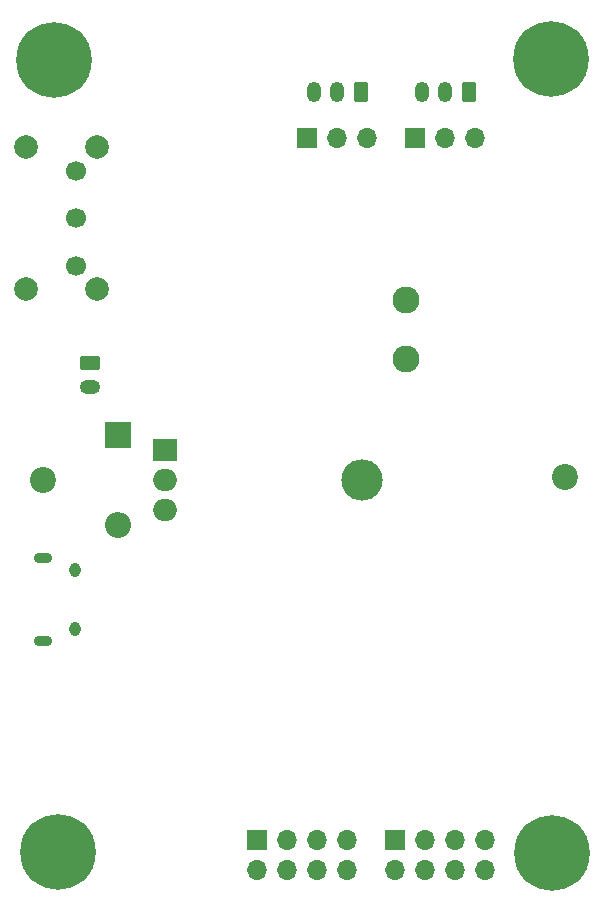
<source format=gbr>
%TF.GenerationSoftware,KiCad,Pcbnew,7.0.2-0*%
%TF.CreationDate,2023-07-08T17:29:12+12:00*%
%TF.ProjectId,RpiFly v3,52706946-6c79-4207-9633-2e6b69636164,rev?*%
%TF.SameCoordinates,PX753dac0PY7a91ee0*%
%TF.FileFunction,Soldermask,Bot*%
%TF.FilePolarity,Negative*%
%FSLAX46Y46*%
G04 Gerber Fmt 4.6, Leading zero omitted, Abs format (unit mm)*
G04 Created by KiCad (PCBNEW 7.0.2-0) date 2023-07-08 17:29:12*
%MOMM*%
%LPD*%
G01*
G04 APERTURE LIST*
G04 Aperture macros list*
%AMRoundRect*
0 Rectangle with rounded corners*
0 $1 Rounding radius*
0 $2 $3 $4 $5 $6 $7 $8 $9 X,Y pos of 4 corners*
0 Add a 4 corners polygon primitive as box body*
4,1,4,$2,$3,$4,$5,$6,$7,$8,$9,$2,$3,0*
0 Add four circle primitives for the rounded corners*
1,1,$1+$1,$2,$3*
1,1,$1+$1,$4,$5*
1,1,$1+$1,$6,$7*
1,1,$1+$1,$8,$9*
0 Add four rect primitives between the rounded corners*
20,1,$1+$1,$2,$3,$4,$5,0*
20,1,$1+$1,$4,$5,$6,$7,0*
20,1,$1+$1,$6,$7,$8,$9,0*
20,1,$1+$1,$8,$9,$2,$3,0*%
G04 Aperture macros list end*
%ADD10C,2.200000*%
%ADD11C,2.286000*%
%ADD12C,0.800000*%
%ADD13C,6.400000*%
%ADD14R,1.700000X1.700000*%
%ADD15O,1.700000X1.700000*%
%ADD16RoundRect,0.250000X0.350000X0.625000X-0.350000X0.625000X-0.350000X-0.625000X0.350000X-0.625000X0*%
%ADD17O,1.200000X1.750000*%
%ADD18O,1.750000X1.200000*%
%ADD19RoundRect,0.250000X-0.625000X0.350000X-0.625000X-0.350000X0.625000X-0.350000X0.625000X0.350000X0*%
%ADD20C,2.000000*%
%ADD21C,1.700000*%
%ADD22O,1.550000X0.890000*%
%ADD23O,0.950000X1.250000*%
%ADD24O,3.500000X3.500000*%
%ADD25R,2.000000X1.905000*%
%ADD26O,2.000000X1.905000*%
%ADD27R,2.200000X2.200000*%
%ADD28O,2.200000X2.200000*%
G04 APERTURE END LIST*
D10*
%TO.C,H6*%
X2794000Y35560000D03*
%TD*%
%TO.C,H5*%
X46990000Y35814000D03*
%TD*%
D11*
%TO.C,BZ1*%
X33528000Y50800000D03*
X33528000Y45800000D03*
%TD*%
D12*
%TO.C,H2*%
X43400944Y71200944D03*
X44103888Y72898000D03*
X44103888Y69503888D03*
X45800944Y73600944D03*
D13*
X45800944Y71200944D03*
D12*
X45800944Y68800944D03*
X47498000Y72898000D03*
X47498000Y69503888D03*
X48200944Y71200944D03*
%TD*%
D14*
%TO.C,J4*%
X25146000Y64516000D03*
D15*
X27686000Y64516000D03*
X30226000Y64516000D03*
%TD*%
D16*
%TO.C,J6*%
X29686000Y68416000D03*
D17*
X27686000Y68416000D03*
X25686000Y68416000D03*
%TD*%
D16*
%TO.C,J5*%
X38830000Y68416000D03*
D17*
X36830000Y68416000D03*
X34830000Y68416000D03*
%TD*%
D18*
%TO.C,J2*%
X6768000Y43450000D03*
D19*
X6768000Y45450000D03*
%TD*%
D14*
%TO.C,J3*%
X34290000Y64516000D03*
D15*
X36830000Y64516000D03*
X39370000Y64516000D03*
%TD*%
D20*
%TO.C,S1*%
X7338000Y63722000D03*
X1338000Y63722000D03*
X7338000Y51722000D03*
X1338000Y51722000D03*
D21*
X5588000Y61722000D03*
X5588000Y57722000D03*
X5588000Y53722000D03*
%TD*%
D22*
%TO.C,J1*%
X2764000Y28940000D03*
D23*
X5464000Y27940000D03*
X5464000Y22940000D03*
D22*
X2764000Y21940000D03*
%TD*%
D24*
%TO.C,U4*%
X29782000Y35560000D03*
D25*
X13122000Y38100000D03*
D26*
X13122000Y35560000D03*
X13122000Y33020000D03*
%TD*%
D12*
%TO.C,H4*%
X43434000Y3950000D03*
X44136944Y5647056D03*
X44136944Y2252944D03*
X45834000Y6350000D03*
D13*
X45834000Y3950000D03*
D12*
X45834000Y1550000D03*
X47531056Y5647056D03*
X47531056Y2252944D03*
X48234000Y3950000D03*
%TD*%
D14*
%TO.C,J7*%
X20838000Y5100000D03*
D15*
X20838000Y2560000D03*
X23378000Y5100000D03*
X23378000Y2560000D03*
X25918000Y5100000D03*
X25918000Y2560000D03*
X28458000Y5100000D03*
X28458000Y2560000D03*
%TD*%
D12*
%TO.C,H1*%
X6096000Y71120000D03*
X5393056Y72817056D03*
X5393056Y69422944D03*
X3696000Y73520000D03*
D13*
X3696000Y71120000D03*
D12*
X3696000Y68720000D03*
X1998944Y72817056D03*
X1998944Y69422944D03*
X1296000Y71120000D03*
%TD*%
D27*
%TO.C,D7*%
X9144000Y39370000D03*
D28*
X9144000Y31750000D03*
%TD*%
D12*
%TO.C,H3*%
X1664000Y4064000D03*
X2366944Y5761056D03*
X2366944Y2366944D03*
X4064000Y6464000D03*
D13*
X4064000Y4064000D03*
D12*
X4064000Y1664000D03*
X5761056Y5761056D03*
X5761056Y2366944D03*
X6464000Y4064000D03*
%TD*%
D14*
%TO.C,J8*%
X32522000Y5080000D03*
D15*
X32522000Y2540000D03*
X35062000Y5080000D03*
X35062000Y2540000D03*
X37602000Y5080000D03*
X37602000Y2540000D03*
X40142000Y5080000D03*
X40142000Y2540000D03*
%TD*%
M02*

</source>
